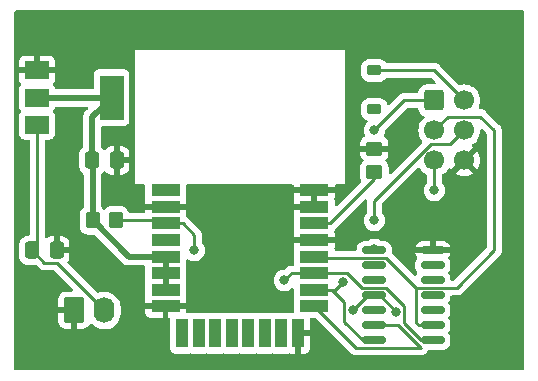
<source format=gtl>
G04 #@! TF.GenerationSoftware,KiCad,Pcbnew,7.0.10*
G04 #@! TF.CreationDate,2024-03-19T20:06:51-05:00*
G04 #@! TF.ProjectId,keychain,6b657963-6861-4696-9e2e-6b696361645f,rev?*
G04 #@! TF.SameCoordinates,Original*
G04 #@! TF.FileFunction,Copper,L1,Top*
G04 #@! TF.FilePolarity,Positive*
%FSLAX46Y46*%
G04 Gerber Fmt 4.6, Leading zero omitted, Abs format (unit mm)*
G04 Created by KiCad (PCBNEW 7.0.10) date 2024-03-19 20:06:51*
%MOMM*%
%LPD*%
G01*
G04 APERTURE LIST*
G04 Aperture macros list*
%AMRoundRect*
0 Rectangle with rounded corners*
0 $1 Rounding radius*
0 $2 $3 $4 $5 $6 $7 $8 $9 X,Y pos of 4 corners*
0 Add a 4 corners polygon primitive as box body*
4,1,4,$2,$3,$4,$5,$6,$7,$8,$9,$2,$3,0*
0 Add four circle primitives for the rounded corners*
1,1,$1+$1,$2,$3*
1,1,$1+$1,$4,$5*
1,1,$1+$1,$6,$7*
1,1,$1+$1,$8,$9*
0 Add four rect primitives between the rounded corners*
20,1,$1+$1,$2,$3,$4,$5,0*
20,1,$1+$1,$4,$5,$6,$7,0*
20,1,$1+$1,$6,$7,$8,$9,0*
20,1,$1+$1,$8,$9,$2,$3,0*%
G04 Aperture macros list end*
G04 #@! TA.AperFunction,SMDPad,CuDef*
%ADD10RoundRect,0.250000X-0.450000X0.350000X-0.450000X-0.350000X0.450000X-0.350000X0.450000X0.350000X0*%
G04 #@! TD*
G04 #@! TA.AperFunction,SMDPad,CuDef*
%ADD11RoundRect,0.225000X0.375000X-0.225000X0.375000X0.225000X-0.375000X0.225000X-0.375000X-0.225000X0*%
G04 #@! TD*
G04 #@! TA.AperFunction,SMDPad,CuDef*
%ADD12R,2.000000X1.500000*%
G04 #@! TD*
G04 #@! TA.AperFunction,SMDPad,CuDef*
%ADD13R,2.000000X3.800000*%
G04 #@! TD*
G04 #@! TA.AperFunction,ComponentPad*
%ADD14RoundRect,0.250000X-0.620000X-0.845000X0.620000X-0.845000X0.620000X0.845000X-0.620000X0.845000X0*%
G04 #@! TD*
G04 #@! TA.AperFunction,ComponentPad*
%ADD15O,1.740000X2.190000*%
G04 #@! TD*
G04 #@! TA.AperFunction,SMDPad,CuDef*
%ADD16RoundRect,0.150000X-0.825000X-0.150000X0.825000X-0.150000X0.825000X0.150000X-0.825000X0.150000X0*%
G04 #@! TD*
G04 #@! TA.AperFunction,SMDPad,CuDef*
%ADD17R,2.450000X1.000000*%
G04 #@! TD*
G04 #@! TA.AperFunction,SMDPad,CuDef*
%ADD18R,1.000000X2.450000*%
G04 #@! TD*
G04 #@! TA.AperFunction,ComponentPad*
%ADD19RoundRect,0.250000X-0.600000X-0.600000X0.600000X-0.600000X0.600000X0.600000X-0.600000X0.600000X0*%
G04 #@! TD*
G04 #@! TA.AperFunction,ComponentPad*
%ADD20C,1.700000*%
G04 #@! TD*
G04 #@! TA.AperFunction,SMDPad,CuDef*
%ADD21RoundRect,0.250000X-0.337500X-0.475000X0.337500X-0.475000X0.337500X0.475000X-0.337500X0.475000X0*%
G04 #@! TD*
G04 #@! TA.AperFunction,SMDPad,CuDef*
%ADD22RoundRect,0.250000X-0.350000X-0.450000X0.350000X-0.450000X0.350000X0.450000X-0.350000X0.450000X0*%
G04 #@! TD*
G04 #@! TA.AperFunction,ViaPad*
%ADD23C,0.800000*%
G04 #@! TD*
G04 #@! TA.AperFunction,Conductor*
%ADD24C,0.254000*%
G04 #@! TD*
G04 #@! TA.AperFunction,Conductor*
%ADD25C,0.508000*%
G04 #@! TD*
G04 APERTURE END LIST*
D10*
X139700000Y-62500000D03*
X139700000Y-64500000D03*
D11*
X139700000Y-59180000D03*
X139700000Y-55880000D03*
D12*
X111150000Y-55880000D03*
X111150000Y-58180000D03*
D13*
X117450000Y-58180000D03*
D12*
X111150000Y-60480000D03*
D14*
X114300000Y-76200000D03*
D15*
X116840000Y-76200000D03*
D16*
X139700000Y-71120000D03*
X139700000Y-72390000D03*
X139700000Y-73660000D03*
X139700000Y-74930000D03*
X139700000Y-76200000D03*
X139700000Y-77470000D03*
X139700000Y-78740000D03*
X144650000Y-78740000D03*
X144650000Y-77470000D03*
X144650000Y-76200000D03*
X144650000Y-74930000D03*
X144650000Y-73660000D03*
X144650000Y-72390000D03*
X144650000Y-71120000D03*
D17*
X122020000Y-66040000D03*
X122020000Y-67440000D03*
X122020000Y-68840000D03*
X122020000Y-70240000D03*
X122020000Y-71640000D03*
X122020000Y-73040000D03*
X122020000Y-74440000D03*
X122020000Y-75840000D03*
D18*
X123420000Y-78135000D03*
X124820000Y-78135000D03*
X126220000Y-78135000D03*
X127620000Y-78135000D03*
X129020000Y-78135000D03*
X130420000Y-78135000D03*
X131820000Y-78135000D03*
X133220000Y-78135000D03*
D17*
X134620000Y-75838800D03*
X134620000Y-74438800D03*
X134620000Y-73040000D03*
X134620000Y-71640000D03*
X134620000Y-70240000D03*
X134620000Y-68840000D03*
X134620000Y-67440000D03*
X134620000Y-66040000D03*
D19*
X144780000Y-58420000D03*
D20*
X147320000Y-58420000D03*
X144780000Y-60960000D03*
X147320000Y-60960000D03*
X144780000Y-63500000D03*
X147320000Y-63500000D03*
D21*
X110722500Y-71120000D03*
X112797500Y-71120000D03*
D22*
X115840000Y-68580000D03*
X117840000Y-68580000D03*
D21*
X115802500Y-63500000D03*
X117877500Y-63500000D03*
D23*
X139700000Y-71036000D03*
X122020000Y-71640000D03*
X139700000Y-71036000D03*
X139700000Y-59180000D03*
X141513000Y-76295199D03*
X144780000Y-66040000D03*
X137887000Y-76200000D03*
X124460000Y-71120000D03*
X139700000Y-68580000D03*
X137081065Y-73767000D03*
X132080000Y-73660000D03*
X139700000Y-60960000D03*
D24*
X112812000Y-72172000D02*
X111774500Y-72172000D01*
X111150000Y-60480000D02*
X111150000Y-70692500D01*
X116840000Y-76200000D02*
X112812000Y-72172000D01*
X111774500Y-72172000D02*
X110722500Y-71120000D01*
X111150000Y-70692500D02*
X110722500Y-71120000D01*
D25*
X139700000Y-71036000D02*
X139700000Y-71120000D01*
X115802500Y-63500000D02*
X115802500Y-59827500D01*
X115802500Y-59827500D02*
X117450000Y-58180000D01*
X117450000Y-58180000D02*
X111150000Y-58180000D01*
X122020000Y-73040000D02*
X122020000Y-71640000D01*
X122020000Y-71640000D02*
X118900000Y-71640000D01*
X115840000Y-68580000D02*
X115840000Y-63537500D01*
X115840000Y-63537500D02*
X115802500Y-63500000D01*
X118900000Y-71640000D02*
X115840000Y-68580000D01*
X122020000Y-74440000D02*
X122020000Y-73040000D01*
D24*
X144780000Y-55880000D02*
X139700000Y-55880000D01*
X147320000Y-58420000D02*
X144780000Y-55880000D01*
X124460000Y-69801000D02*
X123499000Y-68840000D01*
X139700000Y-74930000D02*
X140147801Y-74930000D01*
X121760000Y-68580000D02*
X122020000Y-68840000D01*
X144780000Y-66040000D02*
X144780000Y-63500000D01*
X124460000Y-71120000D02*
X124460000Y-69801000D01*
X139700000Y-74930000D02*
X139157000Y-74930000D01*
X140147801Y-74930000D02*
X141513000Y-76295199D01*
X117840000Y-68580000D02*
X121760000Y-68580000D01*
X123499000Y-68840000D02*
X122020000Y-68840000D01*
X139157000Y-74930000D02*
X137887000Y-76200000D01*
X138148200Y-79367000D02*
X143623264Y-79367000D01*
X143623264Y-79367000D02*
X141726264Y-77470000D01*
X141726264Y-77470000D02*
X139700000Y-77470000D01*
X134620000Y-75838800D02*
X138148200Y-79367000D01*
X144478470Y-62137000D02*
X139700000Y-66915470D01*
X147320000Y-60960000D02*
X146143000Y-62137000D01*
X146143000Y-62137000D02*
X144478470Y-62137000D01*
X138725001Y-78740000D02*
X139700000Y-78740000D01*
X139700000Y-66915470D02*
X139700000Y-68580000D01*
X137160000Y-77174999D02*
X138725001Y-78740000D01*
X134620000Y-74438800D02*
X136099000Y-74438800D01*
X136409265Y-74438800D02*
X134620000Y-74438800D01*
X137160000Y-75499800D02*
X137160000Y-77174999D01*
X137081065Y-73767000D02*
X136409265Y-74438800D01*
X136099000Y-74438800D02*
X137160000Y-75499800D01*
X140726736Y-74303000D02*
X142240000Y-75816264D01*
X144780000Y-58420000D02*
X142240000Y-58420000D01*
X142240000Y-75816264D02*
X142240000Y-77304999D01*
X142240000Y-58420000D02*
X139700000Y-60960000D01*
X132080000Y-73660000D02*
X132700000Y-73040000D01*
X137410264Y-73040000D02*
X138673264Y-74303000D01*
X134620000Y-73040000D02*
X137410264Y-73040000D01*
X142240000Y-77304999D02*
X143675001Y-78740000D01*
X138673264Y-74303000D02*
X140726736Y-74303000D01*
X132700000Y-73040000D02*
X134620000Y-73040000D01*
X143675001Y-78740000D02*
X144650000Y-78740000D01*
X135599000Y-71640000D02*
X134620000Y-71640000D01*
X144780000Y-60960000D02*
X145957000Y-59783000D01*
X148683000Y-59783000D02*
X149860000Y-60960000D01*
X140726736Y-71763000D02*
X143266736Y-74303000D01*
X143510000Y-77470000D02*
X144650000Y-77470000D01*
X144780000Y-60960000D02*
X144780000Y-61042928D01*
X143266736Y-77226736D02*
X143510000Y-77470000D01*
X145957000Y-59783000D02*
X148683000Y-59783000D01*
X149860000Y-71120000D02*
X146677000Y-74303000D01*
X134743000Y-71763000D02*
X140726736Y-71763000D01*
X134620000Y-71640000D02*
X134743000Y-71763000D01*
X146677000Y-74303000D02*
X143266736Y-74303000D01*
X149860000Y-60960000D02*
X149860000Y-71120000D01*
X143266736Y-74303000D02*
X143266736Y-77226736D01*
X135960000Y-68840000D02*
X134620000Y-68840000D01*
X139700000Y-65100000D02*
X135960000Y-68840000D01*
X139700000Y-64500000D02*
X139700000Y-65100000D01*
G04 #@! TA.AperFunction,Conductor*
G36*
X152342539Y-50820185D02*
G01*
X152388294Y-50872989D01*
X152399500Y-50924500D01*
X152399500Y-81155500D01*
X152379815Y-81222539D01*
X152327011Y-81268294D01*
X152275500Y-81279500D01*
X109344500Y-81279500D01*
X109277461Y-81259815D01*
X109231706Y-81207011D01*
X109220500Y-81155500D01*
X109220500Y-71645001D01*
X109634500Y-71645001D01*
X109634501Y-71645019D01*
X109645000Y-71747796D01*
X109645001Y-71747799D01*
X109677056Y-71844533D01*
X109700186Y-71914334D01*
X109792288Y-72063656D01*
X109916344Y-72187712D01*
X110065666Y-72279814D01*
X110232203Y-72334999D01*
X110334991Y-72345500D01*
X111009218Y-72345499D01*
X111076257Y-72365183D01*
X111096899Y-72381818D01*
X111272124Y-72557043D01*
X111281971Y-72569333D01*
X111282189Y-72569154D01*
X111287157Y-72575159D01*
X111336346Y-72621351D01*
X111339143Y-72624062D01*
X111358707Y-72643626D01*
X111361885Y-72646090D01*
X111370781Y-72653687D01*
X111402735Y-72683695D01*
X111402737Y-72683696D01*
X111420367Y-72693387D01*
X111436635Y-72704072D01*
X111452538Y-72716408D01*
X111492762Y-72733814D01*
X111503254Y-72738954D01*
X111541658Y-72760068D01*
X111541660Y-72760069D01*
X111541666Y-72760072D01*
X111560740Y-72764969D01*
X111561160Y-72765077D01*
X111579564Y-72771377D01*
X111598042Y-72779374D01*
X111641351Y-72786233D01*
X111652758Y-72788595D01*
X111695228Y-72799500D01*
X111715358Y-72799500D01*
X111734757Y-72801027D01*
X111754633Y-72804175D01*
X111794609Y-72800396D01*
X111798270Y-72800050D01*
X111809939Y-72799500D01*
X112500719Y-72799500D01*
X112567758Y-72819185D01*
X112588400Y-72835819D01*
X114145900Y-74393319D01*
X114179385Y-74454642D01*
X114174401Y-74524334D01*
X114132529Y-74580267D01*
X114067065Y-74604684D01*
X114058219Y-74605000D01*
X113630028Y-74605000D01*
X113630012Y-74605001D01*
X113527302Y-74615494D01*
X113360880Y-74670641D01*
X113360875Y-74670643D01*
X113211654Y-74762684D01*
X113087684Y-74886654D01*
X112995643Y-75035875D01*
X112995641Y-75035880D01*
X112940494Y-75202302D01*
X112940493Y-75202309D01*
X112930000Y-75305013D01*
X112930000Y-75950000D01*
X113759530Y-75950000D01*
X113720315Y-76044674D01*
X113699866Y-76200000D01*
X113720315Y-76355326D01*
X113759530Y-76450000D01*
X112930001Y-76450000D01*
X112930001Y-77094986D01*
X112940494Y-77197697D01*
X112995641Y-77364119D01*
X112995643Y-77364124D01*
X113087684Y-77513345D01*
X113211654Y-77637315D01*
X113360875Y-77729356D01*
X113360880Y-77729358D01*
X113527302Y-77784505D01*
X113527309Y-77784506D01*
X113630019Y-77794999D01*
X114049999Y-77794999D01*
X114050000Y-77794998D01*
X114050000Y-76740469D01*
X114144674Y-76779685D01*
X114261003Y-76795000D01*
X114338997Y-76795000D01*
X114455326Y-76779685D01*
X114550000Y-76740469D01*
X114550000Y-77794999D01*
X114969972Y-77794999D01*
X114969986Y-77794998D01*
X115072697Y-77784505D01*
X115239119Y-77729358D01*
X115239124Y-77729356D01*
X115388345Y-77637315D01*
X115512315Y-77513345D01*
X115604359Y-77364118D01*
X115605496Y-77361681D01*
X115606722Y-77360287D01*
X115608149Y-77357975D01*
X115608544Y-77358218D01*
X115651664Y-77309237D01*
X115718855Y-77290080D01*
X115785738Y-77310290D01*
X115807404Y-77328275D01*
X115931272Y-77457516D01*
X115931273Y-77457517D01*
X116118834Y-77596237D01*
X116118836Y-77596238D01*
X116118839Y-77596240D01*
X116327153Y-77701270D01*
X116550220Y-77769583D01*
X116781624Y-77799216D01*
X117014707Y-77789314D01*
X117242765Y-77740164D01*
X117459235Y-77653179D01*
X117657891Y-77530862D01*
X117833018Y-77376731D01*
X117979578Y-77195220D01*
X118035572Y-77094986D01*
X118093353Y-76991554D01*
X118093354Y-76991552D01*
X118171073Y-76771584D01*
X118210500Y-76541647D01*
X118210500Y-76090000D01*
X120295000Y-76090000D01*
X120295000Y-76387844D01*
X120301401Y-76447372D01*
X120301403Y-76447379D01*
X120351645Y-76582086D01*
X120351649Y-76582093D01*
X120437809Y-76697187D01*
X120437812Y-76697190D01*
X120552906Y-76783350D01*
X120552913Y-76783354D01*
X120687620Y-76833596D01*
X120687627Y-76833598D01*
X120747155Y-76839999D01*
X120747172Y-76840000D01*
X121770000Y-76840000D01*
X122270000Y-76840000D01*
X122295500Y-76840000D01*
X122362539Y-76859685D01*
X122408294Y-76912489D01*
X122419500Y-76964000D01*
X122419500Y-79407870D01*
X122419501Y-79407876D01*
X122425908Y-79467483D01*
X122476202Y-79602328D01*
X122476206Y-79602335D01*
X122562452Y-79717544D01*
X122562455Y-79717547D01*
X122677664Y-79803793D01*
X122677671Y-79803797D01*
X122812517Y-79854091D01*
X122812516Y-79854091D01*
X122819444Y-79854835D01*
X122872127Y-79860500D01*
X123967872Y-79860499D01*
X124027483Y-79854091D01*
X124076665Y-79835746D01*
X124146355Y-79830761D01*
X124163333Y-79835747D01*
X124212508Y-79854088D01*
X124212511Y-79854088D01*
X124212517Y-79854091D01*
X124272127Y-79860500D01*
X125367872Y-79860499D01*
X125427483Y-79854091D01*
X125476665Y-79835746D01*
X125546355Y-79830761D01*
X125563333Y-79835747D01*
X125612508Y-79854088D01*
X125612511Y-79854088D01*
X125612517Y-79854091D01*
X125672127Y-79860500D01*
X126767872Y-79860499D01*
X126827483Y-79854091D01*
X126876665Y-79835746D01*
X126946355Y-79830761D01*
X126963333Y-79835747D01*
X127012508Y-79854088D01*
X127012511Y-79854088D01*
X127012517Y-79854091D01*
X127072127Y-79860500D01*
X128167872Y-79860499D01*
X128227483Y-79854091D01*
X128276665Y-79835746D01*
X128346355Y-79830761D01*
X128363333Y-79835747D01*
X128412508Y-79854088D01*
X128412511Y-79854088D01*
X128412517Y-79854091D01*
X128472127Y-79860500D01*
X129567872Y-79860499D01*
X129627483Y-79854091D01*
X129676665Y-79835746D01*
X129746355Y-79830761D01*
X129763333Y-79835747D01*
X129812508Y-79854088D01*
X129812511Y-79854088D01*
X129812517Y-79854091D01*
X129872127Y-79860500D01*
X130967872Y-79860499D01*
X131027483Y-79854091D01*
X131076665Y-79835746D01*
X131146355Y-79830761D01*
X131163333Y-79835747D01*
X131212508Y-79854088D01*
X131212511Y-79854088D01*
X131212517Y-79854091D01*
X131272127Y-79860500D01*
X132367872Y-79860499D01*
X132427483Y-79854091D01*
X132477382Y-79835479D01*
X132547069Y-79830494D01*
X132564048Y-79835479D01*
X132612628Y-79853598D01*
X132612627Y-79853598D01*
X132672155Y-79859999D01*
X132672172Y-79860000D01*
X132970000Y-79860000D01*
X132970000Y-78385000D01*
X133470000Y-78385000D01*
X133470000Y-79860000D01*
X133767828Y-79860000D01*
X133767844Y-79859999D01*
X133827372Y-79853598D01*
X133827379Y-79853596D01*
X133962086Y-79803354D01*
X133962093Y-79803350D01*
X134077187Y-79717190D01*
X134077190Y-79717187D01*
X134163350Y-79602093D01*
X134163354Y-79602086D01*
X134213596Y-79467379D01*
X134213598Y-79467372D01*
X134219999Y-79407844D01*
X134220000Y-79407827D01*
X134220000Y-78385000D01*
X133470000Y-78385000D01*
X132970000Y-78385000D01*
X132970000Y-78009000D01*
X132989685Y-77941961D01*
X133042489Y-77896206D01*
X133094000Y-77885000D01*
X134220000Y-77885000D01*
X134220000Y-76963299D01*
X134239685Y-76896260D01*
X134292489Y-76850505D01*
X134343998Y-76839299D01*
X134681718Y-76839299D01*
X134748757Y-76858984D01*
X134769399Y-76875618D01*
X137645824Y-79752043D01*
X137655671Y-79764333D01*
X137655889Y-79764154D01*
X137660857Y-79770159D01*
X137660859Y-79770161D01*
X137660860Y-79770162D01*
X137667181Y-79776098D01*
X137710046Y-79816351D01*
X137712843Y-79819062D01*
X137732407Y-79838626D01*
X137735585Y-79841090D01*
X137744481Y-79848687D01*
X137776435Y-79878695D01*
X137776437Y-79878696D01*
X137794067Y-79888387D01*
X137810335Y-79899072D01*
X137826238Y-79911408D01*
X137826240Y-79911409D01*
X137826242Y-79911410D01*
X137846142Y-79920021D01*
X137866460Y-79928813D01*
X137876949Y-79933951D01*
X137915366Y-79955072D01*
X137934867Y-79960079D01*
X137953265Y-79966378D01*
X137971741Y-79974373D01*
X138015049Y-79981232D01*
X138026443Y-79983591D01*
X138068928Y-79994500D01*
X138089064Y-79994500D01*
X138108463Y-79996027D01*
X138128333Y-79999174D01*
X138171961Y-79995049D01*
X138183630Y-79994500D01*
X143564122Y-79994500D01*
X143583519Y-79996026D01*
X143603397Y-79999175D01*
X143643192Y-79995413D01*
X143647034Y-79995050D01*
X143658703Y-79994500D01*
X143662740Y-79994500D01*
X143690217Y-79991028D01*
X143694054Y-79990604D01*
X143761237Y-79984254D01*
X143761247Y-79984250D01*
X143768850Y-79982551D01*
X143768912Y-79982831D01*
X143773070Y-79981833D01*
X143772999Y-79981556D01*
X143780553Y-79979616D01*
X143780557Y-79979616D01*
X143843325Y-79954763D01*
X143846916Y-79953406D01*
X143869898Y-79945133D01*
X143910400Y-79930553D01*
X143910403Y-79930551D01*
X143910407Y-79930550D01*
X143910410Y-79930547D01*
X143917357Y-79927008D01*
X143917487Y-79927264D01*
X143921267Y-79925262D01*
X143921129Y-79925011D01*
X143927959Y-79921255D01*
X143927967Y-79921253D01*
X143982572Y-79881579D01*
X143985702Y-79879378D01*
X144041535Y-79841435D01*
X144041542Y-79841426D01*
X144047386Y-79836276D01*
X144047574Y-79836489D01*
X144050734Y-79833614D01*
X144050540Y-79833407D01*
X144056228Y-79828065D01*
X144056227Y-79828065D01*
X144056231Y-79828063D01*
X144099260Y-79776047D01*
X144101717Y-79773170D01*
X144146382Y-79722511D01*
X144146387Y-79722501D01*
X144150767Y-79716058D01*
X144151001Y-79716217D01*
X144153349Y-79712643D01*
X144153109Y-79712491D01*
X144157283Y-79705910D01*
X144157290Y-79705903D01*
X144186015Y-79644856D01*
X144187697Y-79641421D01*
X144204625Y-79608201D01*
X144252602Y-79557407D01*
X144315108Y-79540500D01*
X145540686Y-79540500D01*
X145540694Y-79540500D01*
X145577569Y-79537598D01*
X145577571Y-79537597D01*
X145577573Y-79537597D01*
X145619191Y-79525505D01*
X145735398Y-79491744D01*
X145876865Y-79408081D01*
X145993081Y-79291865D01*
X146076744Y-79150398D01*
X146122598Y-78992569D01*
X146125500Y-78955694D01*
X146125500Y-78524306D01*
X146122598Y-78487431D01*
X146076744Y-78329602D01*
X145993081Y-78188135D01*
X145993078Y-78188132D01*
X145988298Y-78181969D01*
X145990750Y-78180066D01*
X145964155Y-78131421D01*
X145969104Y-78061726D01*
X145989940Y-78029304D01*
X145988298Y-78028031D01*
X145993075Y-78021870D01*
X145993081Y-78021865D01*
X146076744Y-77880398D01*
X146117486Y-77740164D01*
X146122597Y-77722573D01*
X146122598Y-77722567D01*
X146124274Y-77701269D01*
X146125500Y-77685694D01*
X146125500Y-77254306D01*
X146122598Y-77217431D01*
X146076744Y-77059602D01*
X145993081Y-76918135D01*
X145993078Y-76918132D01*
X145988298Y-76911969D01*
X145990750Y-76910066D01*
X145964155Y-76861421D01*
X145969104Y-76791726D01*
X145989940Y-76759304D01*
X145988298Y-76758031D01*
X145993075Y-76751870D01*
X145993081Y-76751865D01*
X146076744Y-76610398D01*
X146122598Y-76452569D01*
X146125500Y-76415694D01*
X146125500Y-75984306D01*
X146122598Y-75947431D01*
X146108798Y-75899933D01*
X146076745Y-75789606D01*
X146076744Y-75789603D01*
X146076744Y-75789602D01*
X145993081Y-75648135D01*
X145993078Y-75648132D01*
X145988298Y-75641969D01*
X145990750Y-75640066D01*
X145964155Y-75591421D01*
X145969104Y-75521726D01*
X145989940Y-75489304D01*
X145988298Y-75488031D01*
X145993075Y-75481870D01*
X145993081Y-75481865D01*
X146076744Y-75340398D01*
X146118958Y-75195097D01*
X146122597Y-75182573D01*
X146122598Y-75182567D01*
X146123968Y-75165158D01*
X146125500Y-75145694D01*
X146125500Y-75054500D01*
X146145185Y-74987461D01*
X146197989Y-74941706D01*
X146249500Y-74930500D01*
X146594033Y-74930500D01*
X146609681Y-74932227D01*
X146609708Y-74931946D01*
X146617475Y-74932680D01*
X146617476Y-74932679D01*
X146617477Y-74932680D01*
X146684919Y-74930561D01*
X146688813Y-74930500D01*
X146716472Y-74930500D01*
X146716476Y-74930500D01*
X146720474Y-74929994D01*
X146732114Y-74929077D01*
X146775943Y-74927701D01*
X146795272Y-74922084D01*
X146814328Y-74918137D01*
X146834293Y-74915616D01*
X146875055Y-74899476D01*
X146886092Y-74895698D01*
X146928191Y-74883468D01*
X146945515Y-74873221D01*
X146962983Y-74864663D01*
X146981703Y-74857253D01*
X147017177Y-74831478D01*
X147026915Y-74825081D01*
X147064656Y-74802763D01*
X147078897Y-74788520D01*
X147093678Y-74775897D01*
X147109967Y-74764063D01*
X147137904Y-74730290D01*
X147145756Y-74721661D01*
X150245043Y-71622374D01*
X150257325Y-71612537D01*
X150257144Y-71612318D01*
X150263157Y-71607342D01*
X150263162Y-71607340D01*
X150309384Y-71558116D01*
X150312033Y-71555384D01*
X150331623Y-71535796D01*
X150334096Y-71532606D01*
X150341682Y-71523722D01*
X150371693Y-71491767D01*
X150381389Y-71474128D01*
X150392073Y-71457861D01*
X150404408Y-71441962D01*
X150421819Y-71401725D01*
X150426942Y-71391265D01*
X150448072Y-71352834D01*
X150453078Y-71333334D01*
X150459376Y-71314936D01*
X150467374Y-71296458D01*
X150474232Y-71253151D01*
X150476596Y-71241736D01*
X150487500Y-71199272D01*
X150487500Y-71179141D01*
X150489027Y-71159741D01*
X150492175Y-71139867D01*
X150488050Y-71096230D01*
X150487500Y-71084561D01*
X150487500Y-61042964D01*
X150489228Y-61027314D01*
X150488946Y-61027288D01*
X150489680Y-61019525D01*
X150487561Y-60952095D01*
X150487500Y-60948200D01*
X150487500Y-60920528D01*
X150487500Y-60920524D01*
X150486992Y-60916509D01*
X150486076Y-60904863D01*
X150485130Y-60874759D01*
X150484700Y-60861057D01*
X150479082Y-60841720D01*
X150475138Y-60822674D01*
X150472616Y-60802707D01*
X150456480Y-60761953D01*
X150452697Y-60750903D01*
X150445051Y-60724586D01*
X150440468Y-60708809D01*
X150436336Y-60701822D01*
X150430225Y-60691489D01*
X150421662Y-60674011D01*
X150414253Y-60655297D01*
X150388489Y-60619837D01*
X150382073Y-60610069D01*
X150359765Y-60572347D01*
X150359759Y-60572339D01*
X150345531Y-60558112D01*
X150332896Y-60543320D01*
X150321063Y-60527033D01*
X150321060Y-60527031D01*
X150321060Y-60527030D01*
X150321058Y-60527028D01*
X150287287Y-60499090D01*
X150278647Y-60491228D01*
X149185376Y-59397957D01*
X149175531Y-59385668D01*
X149175313Y-59385849D01*
X149170340Y-59379838D01*
X149121153Y-59333648D01*
X149118354Y-59330935D01*
X149098797Y-59311377D01*
X149095607Y-59308903D01*
X149086716Y-59301310D01*
X149054768Y-59271308D01*
X149054763Y-59271304D01*
X149037122Y-59261606D01*
X149020857Y-59250922D01*
X149004963Y-59238593D01*
X149004962Y-59238592D01*
X148964735Y-59221184D01*
X148954247Y-59216045D01*
X148915838Y-59194929D01*
X148915828Y-59194926D01*
X148896334Y-59189920D01*
X148877933Y-59183620D01*
X148859459Y-59175626D01*
X148859452Y-59175624D01*
X148816173Y-59168770D01*
X148804733Y-59166401D01*
X148762279Y-59155500D01*
X148762272Y-59155500D01*
X148742142Y-59155500D01*
X148722743Y-59153973D01*
X148702868Y-59150825D01*
X148702865Y-59150824D01*
X148674106Y-59153543D01*
X148605512Y-59140253D01*
X148554992Y-59091989D01*
X148538585Y-59024073D01*
X148550055Y-58977695D01*
X148593903Y-58883663D01*
X148655063Y-58655408D01*
X148675659Y-58420000D01*
X148655063Y-58184592D01*
X148593903Y-57956337D01*
X148494035Y-57742171D01*
X148451275Y-57681102D01*
X148358494Y-57548597D01*
X148191402Y-57381506D01*
X148191395Y-57381501D01*
X148172883Y-57368539D01*
X148107162Y-57322520D01*
X147997834Y-57245967D01*
X147997830Y-57245965D01*
X147872814Y-57187669D01*
X147783663Y-57146097D01*
X147783659Y-57146096D01*
X147783655Y-57146094D01*
X147555413Y-57084938D01*
X147555403Y-57084936D01*
X147320001Y-57064341D01*
X147319999Y-57064341D01*
X147084596Y-57084936D01*
X147084583Y-57084939D01*
X146986356Y-57111258D01*
X146916507Y-57109595D01*
X146866583Y-57079164D01*
X145282376Y-55494957D01*
X145272531Y-55482668D01*
X145272313Y-55482849D01*
X145267340Y-55476838D01*
X145218153Y-55430648D01*
X145215354Y-55427935D01*
X145195797Y-55408377D01*
X145192607Y-55405903D01*
X145183716Y-55398310D01*
X145151768Y-55368308D01*
X145151763Y-55368304D01*
X145134122Y-55358606D01*
X145117857Y-55347922D01*
X145115772Y-55346305D01*
X145101962Y-55335592D01*
X145061735Y-55318184D01*
X145051247Y-55313045D01*
X145012838Y-55291929D01*
X145012828Y-55291926D01*
X144993334Y-55286920D01*
X144974933Y-55280620D01*
X144956459Y-55272626D01*
X144956452Y-55272624D01*
X144913173Y-55265770D01*
X144901733Y-55263401D01*
X144859279Y-55252500D01*
X144859272Y-55252500D01*
X144839142Y-55252500D01*
X144819743Y-55250973D01*
X144799868Y-55247825D01*
X144799867Y-55247825D01*
X144756230Y-55251950D01*
X144744561Y-55252500D01*
X140747966Y-55252500D01*
X140680927Y-55232815D01*
X140650701Y-55205412D01*
X140647968Y-55201956D01*
X140528044Y-55082032D01*
X140528040Y-55082029D01*
X140383705Y-54993001D01*
X140383699Y-54992998D01*
X140383697Y-54992997D01*
X140383694Y-54992996D01*
X140222709Y-54939651D01*
X140123346Y-54929500D01*
X139276662Y-54929500D01*
X139276644Y-54929501D01*
X139177292Y-54939650D01*
X139177289Y-54939651D01*
X139016305Y-54992996D01*
X139016294Y-54993001D01*
X138871959Y-55082029D01*
X138871955Y-55082032D01*
X138752032Y-55201955D01*
X138752029Y-55201959D01*
X138663001Y-55346294D01*
X138662996Y-55346305D01*
X138609651Y-55507290D01*
X138599500Y-55606647D01*
X138599500Y-56153337D01*
X138599501Y-56153355D01*
X138609650Y-56252707D01*
X138609651Y-56252710D01*
X138662996Y-56413694D01*
X138663001Y-56413705D01*
X138752029Y-56558040D01*
X138752032Y-56558044D01*
X138871955Y-56677967D01*
X138871959Y-56677970D01*
X139016294Y-56766998D01*
X139016297Y-56766999D01*
X139016303Y-56767003D01*
X139177292Y-56820349D01*
X139276655Y-56830500D01*
X140123344Y-56830499D01*
X140123352Y-56830498D01*
X140123355Y-56830498D01*
X140177760Y-56824940D01*
X140222708Y-56820349D01*
X140383697Y-56767003D01*
X140528044Y-56677968D01*
X140647968Y-56558044D01*
X140647970Y-56558039D01*
X140650701Y-56554588D01*
X140707723Y-56514212D01*
X140747966Y-56507500D01*
X144468719Y-56507500D01*
X144535758Y-56527185D01*
X144556400Y-56543819D01*
X144870400Y-56857819D01*
X144903885Y-56919142D01*
X144898901Y-56988834D01*
X144857029Y-57044767D01*
X144791565Y-57069184D01*
X144782719Y-57069500D01*
X144129998Y-57069500D01*
X144129980Y-57069501D01*
X144027203Y-57080000D01*
X144027200Y-57080001D01*
X143860668Y-57135185D01*
X143860663Y-57135187D01*
X143711342Y-57227289D01*
X143587289Y-57351342D01*
X143495187Y-57500663D01*
X143495185Y-57500668D01*
X143440001Y-57667204D01*
X143440000Y-57667205D01*
X143438581Y-57681102D01*
X143412185Y-57745794D01*
X143355004Y-57785946D01*
X143315223Y-57792500D01*
X142322965Y-57792500D01*
X142307314Y-57790772D01*
X142307288Y-57791054D01*
X142299525Y-57790319D01*
X142232095Y-57792439D01*
X142228200Y-57792500D01*
X142200519Y-57792500D01*
X142196501Y-57793007D01*
X142184874Y-57793922D01*
X142141058Y-57795299D01*
X142141054Y-57795300D01*
X142121722Y-57800916D01*
X142102682Y-57804859D01*
X142082708Y-57807383D01*
X142082701Y-57807385D01*
X142041955Y-57823517D01*
X142030907Y-57827300D01*
X141988809Y-57839531D01*
X141988808Y-57839531D01*
X141971474Y-57849782D01*
X141954012Y-57858336D01*
X141935300Y-57865745D01*
X141935295Y-57865748D01*
X141899836Y-57891510D01*
X141890077Y-57897920D01*
X141852341Y-57920238D01*
X141838107Y-57934472D01*
X141823318Y-57947104D01*
X141807032Y-57958937D01*
X141779090Y-57992712D01*
X141771229Y-58001350D01*
X140976042Y-58796537D01*
X140914719Y-58830022D01*
X140845027Y-58825038D01*
X140789094Y-58783166D01*
X140770655Y-58747860D01*
X140737003Y-58646303D01*
X140736999Y-58646297D01*
X140736998Y-58646294D01*
X140647970Y-58501959D01*
X140647967Y-58501955D01*
X140528044Y-58382032D01*
X140528040Y-58382029D01*
X140383705Y-58293001D01*
X140383699Y-58292998D01*
X140383697Y-58292997D01*
X140383694Y-58292996D01*
X140222709Y-58239651D01*
X140123346Y-58229500D01*
X139276662Y-58229500D01*
X139276644Y-58229501D01*
X139177292Y-58239650D01*
X139177289Y-58239651D01*
X139016305Y-58292996D01*
X139016294Y-58293001D01*
X138871959Y-58382029D01*
X138871955Y-58382032D01*
X138752032Y-58501955D01*
X138752029Y-58501959D01*
X138663001Y-58646294D01*
X138662996Y-58646305D01*
X138609651Y-58807290D01*
X138599500Y-58906647D01*
X138599500Y-59453337D01*
X138599501Y-59453355D01*
X138609650Y-59552707D01*
X138609651Y-59552710D01*
X138662996Y-59713694D01*
X138663001Y-59713705D01*
X138752029Y-59858040D01*
X138752032Y-59858044D01*
X138871955Y-59977967D01*
X138871959Y-59977970D01*
X139016294Y-60066998D01*
X139016297Y-60066999D01*
X139016303Y-60067003D01*
X139049376Y-60077962D01*
X139106821Y-60117735D01*
X139133644Y-60182251D01*
X139121329Y-60251027D01*
X139097931Y-60281790D01*
X139098478Y-60282282D01*
X138967466Y-60427785D01*
X138872821Y-60591715D01*
X138872818Y-60591722D01*
X138814327Y-60771740D01*
X138814326Y-60771744D01*
X138794540Y-60960000D01*
X138814326Y-61148256D01*
X138814327Y-61148259D01*
X138872820Y-61328283D01*
X138886323Y-61351671D01*
X138902795Y-61419571D01*
X138879942Y-61485598D01*
X138844033Y-61519208D01*
X138781656Y-61557682D01*
X138657684Y-61681654D01*
X138565643Y-61830875D01*
X138565641Y-61830880D01*
X138510494Y-61997302D01*
X138510493Y-61997309D01*
X138500000Y-62100013D01*
X138500000Y-62250000D01*
X140899999Y-62250000D01*
X140899999Y-62100028D01*
X140899998Y-62100013D01*
X140889505Y-61997302D01*
X140834358Y-61830880D01*
X140834356Y-61830875D01*
X140742315Y-61681654D01*
X140618344Y-61557683D01*
X140618340Y-61557680D01*
X140555966Y-61519207D01*
X140509241Y-61467259D01*
X140498020Y-61398297D01*
X140513675Y-61351673D01*
X140527179Y-61328284D01*
X140585674Y-61148256D01*
X140602989Y-60983505D01*
X140629572Y-60918894D01*
X140638619Y-60908798D01*
X142463600Y-59083819D01*
X142524923Y-59050334D01*
X142551281Y-59047500D01*
X143315223Y-59047500D01*
X143382262Y-59067185D01*
X143428017Y-59119989D01*
X143438581Y-59158897D01*
X143440001Y-59172797D01*
X143440001Y-59172799D01*
X143495185Y-59339331D01*
X143495187Y-59339336D01*
X143525373Y-59388275D01*
X143587288Y-59488656D01*
X143711344Y-59612712D01*
X143860666Y-59704814D01*
X143869264Y-59707663D01*
X143926707Y-59747433D01*
X143953531Y-59811948D01*
X143941217Y-59880724D01*
X143912234Y-59917483D01*
X143912427Y-59917676D01*
X143910798Y-59919304D01*
X143909975Y-59920349D01*
X143908599Y-59921503D01*
X143741505Y-60088597D01*
X143605965Y-60282169D01*
X143605964Y-60282171D01*
X143506098Y-60496335D01*
X143506094Y-60496344D01*
X143444938Y-60724586D01*
X143444936Y-60724596D01*
X143424341Y-60959999D01*
X143424341Y-60960000D01*
X143444936Y-61195403D01*
X143444938Y-61195413D01*
X143506094Y-61423655D01*
X143506096Y-61423659D01*
X143506097Y-61423663D01*
X143568591Y-61557682D01*
X143605965Y-61637830D01*
X143605967Y-61637834D01*
X143744610Y-61835836D01*
X143742890Y-61837040D01*
X143767263Y-61892698D01*
X143756239Y-61961693D01*
X143731945Y-61996104D01*
X141112180Y-64615870D01*
X141050857Y-64649355D01*
X140981165Y-64644371D01*
X140925232Y-64602499D01*
X140900815Y-64537035D01*
X140900499Y-64528189D01*
X140900499Y-64099998D01*
X140900498Y-64099981D01*
X140889999Y-63997203D01*
X140889998Y-63997200D01*
X140834814Y-63830666D01*
X140742712Y-63681344D01*
X140648695Y-63587327D01*
X140615210Y-63526004D01*
X140620194Y-63456312D01*
X140648695Y-63411964D01*
X140742317Y-63318342D01*
X140834356Y-63169124D01*
X140834358Y-63169119D01*
X140889505Y-63002697D01*
X140889506Y-63002690D01*
X140899999Y-62899986D01*
X140900000Y-62899973D01*
X140900000Y-62750000D01*
X138500001Y-62750000D01*
X138500001Y-62899986D01*
X138510494Y-63002697D01*
X138565641Y-63169119D01*
X138565643Y-63169124D01*
X138657684Y-63318345D01*
X138751304Y-63411965D01*
X138784789Y-63473288D01*
X138779805Y-63542980D01*
X138751305Y-63587327D01*
X138657287Y-63681345D01*
X138565187Y-63830663D01*
X138565186Y-63830666D01*
X138510001Y-63997203D01*
X138510001Y-63997204D01*
X138510000Y-63997204D01*
X138499500Y-64099983D01*
X138499500Y-64900001D01*
X138499501Y-64900019D01*
X138510000Y-65002796D01*
X138510001Y-65002799D01*
X138565185Y-65169331D01*
X138565186Y-65169334D01*
X138565188Y-65169338D01*
X138565191Y-65169343D01*
X138581644Y-65196019D01*
X138600083Y-65263412D01*
X138579159Y-65330075D01*
X138563785Y-65348794D01*
X136556681Y-67355899D01*
X136495358Y-67389384D01*
X136425666Y-67384400D01*
X136369733Y-67342528D01*
X136345316Y-67277064D01*
X136345000Y-67268218D01*
X136345000Y-66892172D01*
X136344999Y-66892155D01*
X136338597Y-66832622D01*
X136338597Y-66832621D01*
X136320214Y-66783335D01*
X136315228Y-66713644D01*
X136320214Y-66696665D01*
X136338597Y-66647378D01*
X136338597Y-66647377D01*
X136344999Y-66587844D01*
X136345000Y-66587827D01*
X136345000Y-66290000D01*
X134870000Y-66290000D01*
X134870000Y-67566000D01*
X134850315Y-67633039D01*
X134797511Y-67678794D01*
X134746000Y-67690000D01*
X132895000Y-67690000D01*
X132895000Y-67987844D01*
X132901401Y-68047372D01*
X132901403Y-68047383D01*
X132919519Y-68095953D01*
X132924503Y-68165644D01*
X132919520Y-68182616D01*
X132900908Y-68232517D01*
X132894501Y-68292116D01*
X132894500Y-68292135D01*
X132894500Y-69387870D01*
X132894501Y-69387876D01*
X132900909Y-69447484D01*
X132919519Y-69497382D01*
X132924503Y-69567074D01*
X132919520Y-69584046D01*
X132901402Y-69632623D01*
X132901401Y-69632627D01*
X132895000Y-69692155D01*
X132895000Y-69990000D01*
X136345000Y-69990000D01*
X136345000Y-69692172D01*
X136344999Y-69692155D01*
X136338598Y-69632627D01*
X136320479Y-69584048D01*
X136315495Y-69514356D01*
X136320476Y-69497391D01*
X136339091Y-69447483D01*
X136342761Y-69413347D01*
X136345720Y-69385831D01*
X136372458Y-69321280D01*
X136387668Y-69306812D01*
X136387282Y-69306401D01*
X136392961Y-69301067D01*
X136392967Y-69301063D01*
X136420904Y-69267290D01*
X136428756Y-69258661D01*
X138857657Y-66829760D01*
X138918978Y-66796277D01*
X138988670Y-66801261D01*
X139044603Y-66843133D01*
X139068785Y-66905771D01*
X139071949Y-66939235D01*
X139072500Y-66950907D01*
X139072500Y-67883534D01*
X139052815Y-67950573D01*
X139040650Y-67966506D01*
X138967466Y-68047785D01*
X138872821Y-68211715D01*
X138872818Y-68211722D01*
X138815113Y-68389322D01*
X138814326Y-68391744D01*
X138794540Y-68580000D01*
X138814326Y-68768256D01*
X138814327Y-68768259D01*
X138872818Y-68948277D01*
X138872821Y-68948284D01*
X138967467Y-69112216D01*
X139094129Y-69252888D01*
X139247265Y-69364148D01*
X139247270Y-69364151D01*
X139420192Y-69441142D01*
X139420197Y-69441144D01*
X139605354Y-69480500D01*
X139605355Y-69480500D01*
X139794644Y-69480500D01*
X139794646Y-69480500D01*
X139979803Y-69441144D01*
X140152730Y-69364151D01*
X140305871Y-69252888D01*
X140432533Y-69112216D01*
X140527179Y-68948284D01*
X140585674Y-68768256D01*
X140605460Y-68580000D01*
X140585674Y-68391744D01*
X140527179Y-68211716D01*
X140432533Y-68047784D01*
X140359350Y-67966506D01*
X140329120Y-67903515D01*
X140327500Y-67883534D01*
X140327500Y-67226750D01*
X140347185Y-67159711D01*
X140363814Y-67139074D01*
X143391412Y-64111475D01*
X143452733Y-64077992D01*
X143522425Y-64082976D01*
X143578358Y-64124848D01*
X143591472Y-64146751D01*
X143605847Y-64177578D01*
X143605966Y-64177832D01*
X143687395Y-64294124D01*
X143741505Y-64371401D01*
X143908599Y-64538495D01*
X144099624Y-64672252D01*
X144143248Y-64726828D01*
X144152500Y-64773826D01*
X144152500Y-65343534D01*
X144132815Y-65410573D01*
X144120650Y-65426506D01*
X144047466Y-65507785D01*
X143952821Y-65671715D01*
X143952818Y-65671722D01*
X143894327Y-65851740D01*
X143894326Y-65851744D01*
X143874540Y-66040000D01*
X143894326Y-66228256D01*
X143894327Y-66228259D01*
X143952818Y-66408277D01*
X143952821Y-66408284D01*
X144047467Y-66572216D01*
X144115237Y-66647482D01*
X144174129Y-66712888D01*
X144327265Y-66824148D01*
X144327270Y-66824151D01*
X144500192Y-66901142D01*
X144500197Y-66901144D01*
X144685354Y-66940500D01*
X144685355Y-66940500D01*
X144874644Y-66940500D01*
X144874646Y-66940500D01*
X145059803Y-66901144D01*
X145232730Y-66824151D01*
X145385871Y-66712888D01*
X145512533Y-66572216D01*
X145607179Y-66408284D01*
X145665674Y-66228256D01*
X145685460Y-66040000D01*
X145665674Y-65851744D01*
X145607179Y-65671716D01*
X145512533Y-65507784D01*
X145439350Y-65426506D01*
X145409120Y-65363515D01*
X145407500Y-65343534D01*
X145407500Y-64773826D01*
X145427185Y-64706787D01*
X145460375Y-64672252D01*
X145651401Y-64538495D01*
X145818495Y-64371401D01*
X145948732Y-64185403D01*
X146003307Y-64141780D01*
X146072805Y-64134586D01*
X146135160Y-64166109D01*
X146151880Y-64185405D01*
X146205073Y-64261373D01*
X146836922Y-63629523D01*
X146860507Y-63709844D01*
X146938239Y-63830798D01*
X147046900Y-63924952D01*
X147177685Y-63984680D01*
X147187466Y-63986086D01*
X146558625Y-64614925D01*
X146642421Y-64673599D01*
X146856507Y-64773429D01*
X146856516Y-64773433D01*
X147084673Y-64834567D01*
X147084684Y-64834569D01*
X147319998Y-64855157D01*
X147320002Y-64855157D01*
X147555315Y-64834569D01*
X147555326Y-64834567D01*
X147783483Y-64773433D01*
X147783492Y-64773429D01*
X147997578Y-64673600D01*
X147997582Y-64673598D01*
X148081373Y-64614926D01*
X148081373Y-64614925D01*
X147452533Y-63986086D01*
X147462315Y-63984680D01*
X147593100Y-63924952D01*
X147701761Y-63830798D01*
X147779493Y-63709844D01*
X147803076Y-63629524D01*
X148434925Y-64261373D01*
X148434926Y-64261373D01*
X148493598Y-64177582D01*
X148493600Y-64177578D01*
X148593429Y-63963492D01*
X148593433Y-63963483D01*
X148654567Y-63735326D01*
X148654569Y-63735315D01*
X148675157Y-63500001D01*
X148675157Y-63499998D01*
X148654569Y-63264684D01*
X148654567Y-63264673D01*
X148593433Y-63036516D01*
X148593429Y-63036507D01*
X148493600Y-62822423D01*
X148493599Y-62822421D01*
X148434925Y-62738626D01*
X148434925Y-62738625D01*
X147803076Y-63370475D01*
X147779493Y-63290156D01*
X147701761Y-63169202D01*
X147593100Y-63075048D01*
X147462315Y-63015320D01*
X147452532Y-63013913D01*
X148081373Y-62385073D01*
X148081373Y-62385072D01*
X148005405Y-62331880D01*
X147961780Y-62277304D01*
X147954586Y-62207805D01*
X147986108Y-62145451D01*
X148005399Y-62128734D01*
X148191401Y-61998495D01*
X148358495Y-61831401D01*
X148494035Y-61637830D01*
X148593903Y-61423663D01*
X148655063Y-61195408D01*
X148675659Y-60960000D01*
X148675659Y-60959999D01*
X148676131Y-60954606D01*
X148677913Y-60954761D01*
X148695344Y-60895401D01*
X148748148Y-60849646D01*
X148817306Y-60839702D01*
X148880862Y-60868727D01*
X148887340Y-60874759D01*
X149196181Y-61183600D01*
X149229666Y-61244923D01*
X149232500Y-61271281D01*
X149232500Y-70808719D01*
X149212815Y-70875758D01*
X149196181Y-70896400D01*
X146453400Y-73639181D01*
X146392077Y-73672666D01*
X146365719Y-73675500D01*
X146249500Y-73675500D01*
X146182461Y-73655815D01*
X146136706Y-73603011D01*
X146125500Y-73551500D01*
X146125500Y-73444313D01*
X146125499Y-73444302D01*
X146122598Y-73407431D01*
X146121828Y-73404782D01*
X146076745Y-73249606D01*
X146076744Y-73249603D01*
X146076744Y-73249602D01*
X145993081Y-73108135D01*
X145993078Y-73108132D01*
X145988298Y-73101969D01*
X145990750Y-73100066D01*
X145964155Y-73051421D01*
X145969104Y-72981726D01*
X145989940Y-72949304D01*
X145988298Y-72948031D01*
X145993075Y-72941870D01*
X145993081Y-72941865D01*
X146076744Y-72800398D01*
X146120532Y-72649681D01*
X146122597Y-72642573D01*
X146122598Y-72642567D01*
X146124163Y-72622677D01*
X146125500Y-72605694D01*
X146125500Y-72174306D01*
X146122598Y-72137431D01*
X146121789Y-72134647D01*
X146076745Y-71979606D01*
X146076744Y-71979603D01*
X146076744Y-71979602D01*
X145993081Y-71838135D01*
X145993078Y-71838132D01*
X145988298Y-71831969D01*
X145990635Y-71830155D01*
X145963798Y-71781050D01*
X145968756Y-71711356D01*
X145989554Y-71678998D01*
X145987903Y-71677717D01*
X145992686Y-71671550D01*
X146076281Y-71530198D01*
X146122100Y-71372486D01*
X146122295Y-71370001D01*
X146122295Y-71370000D01*
X143177705Y-71370000D01*
X143177704Y-71370001D01*
X143177899Y-71372486D01*
X143223718Y-71530198D01*
X143307314Y-71671552D01*
X143312100Y-71677722D01*
X143309640Y-71679629D01*
X143336210Y-71728288D01*
X143331226Y-71797980D01*
X143310162Y-71830781D01*
X143311699Y-71831974D01*
X143306915Y-71838140D01*
X143223255Y-71979603D01*
X143223254Y-71979606D01*
X143177402Y-72137426D01*
X143177401Y-72137432D01*
X143174500Y-72174298D01*
X143174500Y-72605701D01*
X143177401Y-72642567D01*
X143177402Y-72642573D01*
X143223254Y-72800393D01*
X143223255Y-72800396D01*
X143306917Y-72941862D01*
X143311702Y-72948031D01*
X143309256Y-72949927D01*
X143335857Y-72998642D01*
X143330873Y-73068334D01*
X143310069Y-73100703D01*
X143311702Y-73101969D01*
X143306919Y-73108135D01*
X143259107Y-73188980D01*
X143208037Y-73236663D01*
X143139295Y-73249166D01*
X143074706Y-73222520D01*
X143064694Y-73213539D01*
X141229111Y-71377956D01*
X141219267Y-71365669D01*
X141219049Y-71365850D01*
X141209103Y-71353827D01*
X141210234Y-71352890D01*
X141179219Y-71300095D01*
X141175500Y-71269953D01*
X141175500Y-70904313D01*
X141175499Y-70904298D01*
X141174977Y-70897669D01*
X141172800Y-70869998D01*
X143177704Y-70869998D01*
X143177705Y-70870000D01*
X144400000Y-70870000D01*
X144400000Y-70320000D01*
X144900000Y-70320000D01*
X144900000Y-70870000D01*
X146122295Y-70870000D01*
X146122295Y-70869998D01*
X146122100Y-70867513D01*
X146076281Y-70709801D01*
X145992685Y-70568447D01*
X145992678Y-70568438D01*
X145876561Y-70452321D01*
X145876552Y-70452314D01*
X145735196Y-70368717D01*
X145735193Y-70368716D01*
X145577495Y-70322900D01*
X145577489Y-70322899D01*
X145540649Y-70320000D01*
X144900000Y-70320000D01*
X144400000Y-70320000D01*
X143759350Y-70320000D01*
X143722510Y-70322899D01*
X143722504Y-70322900D01*
X143564806Y-70368716D01*
X143564803Y-70368717D01*
X143423447Y-70452314D01*
X143423438Y-70452321D01*
X143307321Y-70568438D01*
X143307314Y-70568447D01*
X143223718Y-70709801D01*
X143177899Y-70867513D01*
X143177704Y-70869998D01*
X141172800Y-70869998D01*
X141172598Y-70867431D01*
X141166773Y-70847383D01*
X141126745Y-70709606D01*
X141126744Y-70709603D01*
X141126744Y-70709602D01*
X141043081Y-70568135D01*
X141043079Y-70568133D01*
X141043076Y-70568129D01*
X140926870Y-70451923D01*
X140926862Y-70451917D01*
X140848681Y-70405681D01*
X140785398Y-70368256D01*
X140785397Y-70368255D01*
X140785396Y-70368255D01*
X140785393Y-70368254D01*
X140627573Y-70322402D01*
X140627567Y-70322401D01*
X140590701Y-70319500D01*
X140590694Y-70319500D01*
X140286134Y-70319500D01*
X140219095Y-70299815D01*
X140213249Y-70295818D01*
X140152734Y-70251851D01*
X140152729Y-70251848D01*
X139979807Y-70174857D01*
X139979802Y-70174855D01*
X139834001Y-70143865D01*
X139794646Y-70135500D01*
X139605354Y-70135500D01*
X139572897Y-70142398D01*
X139420197Y-70174855D01*
X139420192Y-70174857D01*
X139247270Y-70251848D01*
X139247265Y-70251851D01*
X139186751Y-70295818D01*
X139120945Y-70319298D01*
X139113866Y-70319500D01*
X138809298Y-70319500D01*
X138772432Y-70322401D01*
X138772426Y-70322402D01*
X138614606Y-70368254D01*
X138614603Y-70368255D01*
X138473137Y-70451917D01*
X138473129Y-70451923D01*
X138356923Y-70568129D01*
X138356917Y-70568137D01*
X138273255Y-70709603D01*
X138273254Y-70709606D01*
X138227402Y-70867426D01*
X138227401Y-70867432D01*
X138224500Y-70904298D01*
X138224500Y-71011500D01*
X138204815Y-71078539D01*
X138152011Y-71124294D01*
X138100500Y-71135500D01*
X136461540Y-71135500D01*
X136394501Y-71115815D01*
X136348746Y-71063011D01*
X136340864Y-71040017D01*
X136339091Y-71032516D01*
X136320480Y-70982618D01*
X136315495Y-70912927D01*
X136320480Y-70895949D01*
X136338597Y-70847375D01*
X136338598Y-70847372D01*
X136344999Y-70787844D01*
X136345000Y-70787827D01*
X136345000Y-70490000D01*
X132895000Y-70490000D01*
X132895000Y-70787844D01*
X132901401Y-70847372D01*
X132901403Y-70847383D01*
X132919519Y-70895953D01*
X132924503Y-70965644D01*
X132919520Y-70982616D01*
X132900908Y-71032517D01*
X132894501Y-71092116D01*
X132894500Y-71092135D01*
X132894500Y-72187870D01*
X132894501Y-72187876D01*
X132900909Y-72247484D01*
X132902692Y-72255029D01*
X132900784Y-72255479D01*
X132905027Y-72314866D01*
X132871538Y-72376187D01*
X132810213Y-72409668D01*
X132783863Y-72412500D01*
X132782965Y-72412500D01*
X132767314Y-72410772D01*
X132767288Y-72411054D01*
X132759525Y-72410319D01*
X132692095Y-72412439D01*
X132688200Y-72412500D01*
X132660519Y-72412500D01*
X132656501Y-72413007D01*
X132644874Y-72413922D01*
X132601058Y-72415299D01*
X132601054Y-72415300D01*
X132581722Y-72420916D01*
X132562682Y-72424859D01*
X132542712Y-72427382D01*
X132542708Y-72427383D01*
X132501953Y-72443519D01*
X132490905Y-72447301D01*
X132448812Y-72459530D01*
X132448805Y-72459533D01*
X132431480Y-72469779D01*
X132414010Y-72478337D01*
X132395298Y-72485745D01*
X132359826Y-72511516D01*
X132350066Y-72517927D01*
X132312346Y-72540234D01*
X132298106Y-72554474D01*
X132283320Y-72567102D01*
X132267033Y-72578936D01*
X132239095Y-72612706D01*
X132231235Y-72621343D01*
X132129400Y-72723180D01*
X132068077Y-72756666D01*
X132041718Y-72759500D01*
X131985354Y-72759500D01*
X131959116Y-72765077D01*
X131800197Y-72798855D01*
X131800192Y-72798857D01*
X131627270Y-72875848D01*
X131627265Y-72875851D01*
X131474129Y-72987111D01*
X131347466Y-73127785D01*
X131252821Y-73291715D01*
X131252818Y-73291722D01*
X131203241Y-73444306D01*
X131194326Y-73471744D01*
X131174540Y-73660000D01*
X131194326Y-73848256D01*
X131194327Y-73848259D01*
X131252818Y-74028277D01*
X131252821Y-74028284D01*
X131347467Y-74192216D01*
X131445567Y-74301167D01*
X131474129Y-74332888D01*
X131627265Y-74444148D01*
X131627270Y-74444151D01*
X131800192Y-74521142D01*
X131800197Y-74521144D01*
X131985354Y-74560500D01*
X131985355Y-74560500D01*
X132174644Y-74560500D01*
X132174646Y-74560500D01*
X132359803Y-74521144D01*
X132532730Y-74444151D01*
X132685871Y-74332888D01*
X132685881Y-74332875D01*
X132687520Y-74331402D01*
X132688688Y-74330841D01*
X132691129Y-74329068D01*
X132691453Y-74329514D01*
X132750509Y-74301167D01*
X132819845Y-74309786D01*
X132873514Y-74354523D01*
X132894477Y-74421174D01*
X132894500Y-74423545D01*
X132894500Y-74986670D01*
X132894501Y-74986676D01*
X132900908Y-75046282D01*
X132914004Y-75081393D01*
X132917590Y-75091009D01*
X132919253Y-75095466D01*
X132924237Y-75165158D01*
X132919253Y-75182131D01*
X132900909Y-75231314D01*
X132900908Y-75231316D01*
X132894501Y-75290916D01*
X132894500Y-75290927D01*
X132894500Y-75789606D01*
X132894501Y-76286000D01*
X132874817Y-76353039D01*
X132822013Y-76398794D01*
X132770501Y-76410000D01*
X132672155Y-76410000D01*
X132612627Y-76416401D01*
X132612623Y-76416402D01*
X132564046Y-76434520D01*
X132494354Y-76439503D01*
X132477382Y-76434519D01*
X132427485Y-76415909D01*
X132427483Y-76415908D01*
X132367883Y-76409501D01*
X132367881Y-76409500D01*
X132367873Y-76409500D01*
X132367864Y-76409500D01*
X131272129Y-76409500D01*
X131272123Y-76409501D01*
X131212516Y-76415908D01*
X131163332Y-76434253D01*
X131093640Y-76439237D01*
X131076667Y-76434253D01*
X131027482Y-76415908D01*
X131027483Y-76415908D01*
X130967883Y-76409501D01*
X130967881Y-76409500D01*
X130967873Y-76409500D01*
X130967864Y-76409500D01*
X129872129Y-76409500D01*
X129872123Y-76409501D01*
X129812516Y-76415908D01*
X129763332Y-76434253D01*
X129693640Y-76439237D01*
X129676667Y-76434253D01*
X129627482Y-76415908D01*
X129627483Y-76415908D01*
X129567883Y-76409501D01*
X129567881Y-76409500D01*
X129567873Y-76409500D01*
X129567864Y-76409500D01*
X128472129Y-76409500D01*
X128472123Y-76409501D01*
X128412516Y-76415908D01*
X128363332Y-76434253D01*
X128293640Y-76439237D01*
X128276667Y-76434253D01*
X128227482Y-76415908D01*
X128227483Y-76415908D01*
X128167883Y-76409501D01*
X128167881Y-76409500D01*
X128167873Y-76409500D01*
X128167864Y-76409500D01*
X127072129Y-76409500D01*
X127072123Y-76409501D01*
X127012516Y-76415908D01*
X126963332Y-76434253D01*
X126893640Y-76439237D01*
X126876667Y-76434253D01*
X126827482Y-76415908D01*
X126827483Y-76415908D01*
X126767883Y-76409501D01*
X126767881Y-76409500D01*
X126767873Y-76409500D01*
X126767864Y-76409500D01*
X125672129Y-76409500D01*
X125672123Y-76409501D01*
X125612516Y-76415908D01*
X125563332Y-76434253D01*
X125493640Y-76439237D01*
X125476667Y-76434253D01*
X125427482Y-76415908D01*
X125427483Y-76415908D01*
X125367883Y-76409501D01*
X125367881Y-76409500D01*
X125367873Y-76409500D01*
X125367864Y-76409500D01*
X124272129Y-76409500D01*
X124272123Y-76409501D01*
X124212516Y-76415908D01*
X124163332Y-76434253D01*
X124093640Y-76439237D01*
X124076667Y-76434253D01*
X124027482Y-76415908D01*
X124027483Y-76415908D01*
X123967883Y-76409501D01*
X123967881Y-76409500D01*
X123967873Y-76409500D01*
X123967865Y-76409500D01*
X123869000Y-76409500D01*
X123801961Y-76389815D01*
X123756206Y-76337011D01*
X123745000Y-76285500D01*
X123745000Y-76090000D01*
X122270000Y-76090000D01*
X122270000Y-76840000D01*
X121770000Y-76840000D01*
X121770000Y-76090000D01*
X120295000Y-76090000D01*
X118210500Y-76090000D01*
X118210500Y-75916784D01*
X118210499Y-75916765D01*
X118195671Y-75742553D01*
X118195670Y-75742551D01*
X118195670Y-75742547D01*
X118136885Y-75516781D01*
X118040792Y-75304198D01*
X117910153Y-75110912D01*
X117748728Y-74942484D01*
X117748727Y-74942483D01*
X117748726Y-74942482D01*
X117561165Y-74803762D01*
X117505878Y-74775887D01*
X117352847Y-74698730D01*
X117129780Y-74630417D01*
X117129778Y-74630416D01*
X117129776Y-74630416D01*
X116898370Y-74600783D01*
X116665299Y-74610685D01*
X116665290Y-74610686D01*
X116437239Y-74659835D01*
X116437238Y-74659835D01*
X116437235Y-74659836D01*
X116334907Y-74700954D01*
X116265365Y-74707684D01*
X116203221Y-74675748D01*
X116200995Y-74673576D01*
X113744551Y-72217132D01*
X113711066Y-72155809D01*
X113716050Y-72086117D01*
X113726694Y-72064354D01*
X113819353Y-71914130D01*
X113819358Y-71914119D01*
X113874505Y-71747697D01*
X113874506Y-71747690D01*
X113884999Y-71644986D01*
X113885000Y-71644973D01*
X113885000Y-71370000D01*
X112671500Y-71370000D01*
X112604461Y-71350315D01*
X112558706Y-71297511D01*
X112547500Y-71246000D01*
X112547500Y-69895000D01*
X113047500Y-69895000D01*
X113047500Y-70870000D01*
X113884999Y-70870000D01*
X113884999Y-70595028D01*
X113884998Y-70595013D01*
X113874505Y-70492302D01*
X113819358Y-70325880D01*
X113819356Y-70325875D01*
X113727315Y-70176654D01*
X113603345Y-70052684D01*
X113454124Y-69960643D01*
X113454119Y-69960641D01*
X113287697Y-69905494D01*
X113287690Y-69905493D01*
X113184986Y-69895000D01*
X113047500Y-69895000D01*
X112547500Y-69895000D01*
X112410027Y-69895000D01*
X112410012Y-69895001D01*
X112307302Y-69905494D01*
X112140880Y-69960641D01*
X112140875Y-69960643D01*
X111991654Y-70052684D01*
X111989181Y-70055158D01*
X111987064Y-70056313D01*
X111985993Y-70057161D01*
X111985848Y-70056977D01*
X111927858Y-70088643D01*
X111858166Y-70083659D01*
X111802233Y-70041787D01*
X111777816Y-69976323D01*
X111777500Y-69967477D01*
X111777500Y-61854499D01*
X111797185Y-61787460D01*
X111849989Y-61741705D01*
X111901500Y-61730499D01*
X112197871Y-61730499D01*
X112197872Y-61730499D01*
X112257483Y-61724091D01*
X112392331Y-61673796D01*
X112507546Y-61587546D01*
X112593796Y-61472331D01*
X112644091Y-61337483D01*
X112650500Y-61277873D01*
X112650499Y-59682128D01*
X112644091Y-59622517D01*
X112640433Y-59612710D01*
X112593797Y-59487671D01*
X112593796Y-59487669D01*
X112531393Y-59404310D01*
X112506977Y-59338847D01*
X112521828Y-59270574D01*
X112531394Y-59255689D01*
X112544193Y-59238592D01*
X112593796Y-59172331D01*
X112644091Y-59037483D01*
X112644091Y-59037477D01*
X112645861Y-59029991D01*
X112680431Y-58969273D01*
X112742341Y-58936884D01*
X112766539Y-58934500D01*
X115329113Y-58934500D01*
X115396152Y-58954185D01*
X115441907Y-59006989D01*
X115451851Y-59076147D01*
X115422826Y-59139703D01*
X115416802Y-59146172D01*
X115346930Y-59216045D01*
X115314242Y-59248733D01*
X115300613Y-59260511D01*
X115281207Y-59274959D01*
X115249174Y-59313133D01*
X115241887Y-59321086D01*
X115237920Y-59325054D01*
X115237918Y-59325056D01*
X115218589Y-59349501D01*
X115216315Y-59352293D01*
X115167834Y-59410071D01*
X115163866Y-59416105D01*
X115163822Y-59416076D01*
X115159709Y-59422531D01*
X115159754Y-59422559D01*
X115155962Y-59428706D01*
X115124081Y-59497072D01*
X115122512Y-59500312D01*
X115088675Y-59567691D01*
X115086204Y-59574479D01*
X115086155Y-59574461D01*
X115083641Y-59581693D01*
X115083691Y-59581710D01*
X115081420Y-59588562D01*
X115066171Y-59662411D01*
X115065391Y-59665930D01*
X115047999Y-59739316D01*
X115047161Y-59746487D01*
X115047107Y-59746480D01*
X115046330Y-59754096D01*
X115046383Y-59754101D01*
X115045753Y-59761290D01*
X115047948Y-59836693D01*
X115048000Y-59840300D01*
X115048000Y-62331410D01*
X115028315Y-62398449D01*
X115000916Y-62428672D01*
X114996345Y-62432286D01*
X114872289Y-62556342D01*
X114780187Y-62705663D01*
X114780185Y-62705668D01*
X114780115Y-62705880D01*
X114725001Y-62872203D01*
X114725001Y-62872204D01*
X114725000Y-62872204D01*
X114714500Y-62974983D01*
X114714500Y-64025001D01*
X114714501Y-64025019D01*
X114725000Y-64127796D01*
X114725001Y-64127799D01*
X114741498Y-64177582D01*
X114780186Y-64294334D01*
X114872096Y-64443345D01*
X114872289Y-64443657D01*
X114996345Y-64567713D01*
X115026594Y-64586370D01*
X115073320Y-64638317D01*
X115085500Y-64691910D01*
X115085500Y-67428509D01*
X115065815Y-67495548D01*
X115026600Y-67534046D01*
X115021343Y-67537288D01*
X114897289Y-67661342D01*
X114805187Y-67810663D01*
X114805185Y-67810668D01*
X114786352Y-67867504D01*
X114750001Y-67977203D01*
X114750001Y-67977204D01*
X114750000Y-67977204D01*
X114739500Y-68079983D01*
X114739500Y-69080001D01*
X114739501Y-69080019D01*
X114750000Y-69182796D01*
X114750001Y-69182799D01*
X114805185Y-69349331D01*
X114805187Y-69349336D01*
X114826762Y-69384315D01*
X114897288Y-69498656D01*
X115021344Y-69622712D01*
X115170666Y-69714814D01*
X115337203Y-69769999D01*
X115439991Y-69780500D01*
X115922113Y-69780499D01*
X115989152Y-69800183D01*
X116009794Y-69816818D01*
X118321234Y-72128258D01*
X118333016Y-72141891D01*
X118343377Y-72155809D01*
X118347461Y-72161294D01*
X118385638Y-72193328D01*
X118393614Y-72200638D01*
X118397554Y-72204579D01*
X118422010Y-72223916D01*
X118424807Y-72226195D01*
X118482572Y-72274667D01*
X118488609Y-72278637D01*
X118488579Y-72278682D01*
X118495034Y-72282794D01*
X118495063Y-72282748D01*
X118501204Y-72286536D01*
X118501206Y-72286537D01*
X118501209Y-72286539D01*
X118569614Y-72318436D01*
X118572799Y-72319979D01*
X118640189Y-72353824D01*
X118640198Y-72353826D01*
X118646977Y-72356294D01*
X118646957Y-72356346D01*
X118654186Y-72358859D01*
X118654203Y-72358808D01*
X118661056Y-72361079D01*
X118661059Y-72361079D01*
X118661060Y-72361080D01*
X118735008Y-72376348D01*
X118738414Y-72377103D01*
X118811812Y-72394500D01*
X118811818Y-72394500D01*
X118818985Y-72395338D01*
X118818978Y-72395391D01*
X118826596Y-72396170D01*
X118826601Y-72396117D01*
X118833790Y-72396746D01*
X118833793Y-72396745D01*
X118833794Y-72396746D01*
X118909195Y-72394552D01*
X118912802Y-72394500D01*
X120170500Y-72394500D01*
X120237539Y-72414185D01*
X120283294Y-72466989D01*
X120294500Y-72518500D01*
X120294500Y-73587870D01*
X120294501Y-73587876D01*
X120300908Y-73647482D01*
X120305577Y-73660000D01*
X120319252Y-73696665D01*
X120319253Y-73696666D01*
X120324237Y-73766358D01*
X120319253Y-73783331D01*
X120300909Y-73832514D01*
X120300908Y-73832516D01*
X120294501Y-73892116D01*
X120294501Y-73892123D01*
X120294500Y-73892135D01*
X120294500Y-74987870D01*
X120294501Y-74987876D01*
X120300909Y-75047484D01*
X120319519Y-75097382D01*
X120324503Y-75167074D01*
X120319520Y-75184046D01*
X120301402Y-75232623D01*
X120301401Y-75232627D01*
X120295000Y-75292155D01*
X120295000Y-75590000D01*
X123745000Y-75590000D01*
X123745000Y-75292172D01*
X123744999Y-75292155D01*
X123738598Y-75232627D01*
X123720479Y-75184048D01*
X123715495Y-75114356D01*
X123720476Y-75097391D01*
X123739091Y-75047483D01*
X123745500Y-74987873D01*
X123745499Y-73892128D01*
X123739091Y-73832517D01*
X123720747Y-73783334D01*
X123715762Y-73713643D01*
X123720747Y-73696665D01*
X123739089Y-73647488D01*
X123739091Y-73647483D01*
X123745500Y-73587873D01*
X123745499Y-72492128D01*
X123739091Y-72432517D01*
X123739090Y-72432514D01*
X123720747Y-72383334D01*
X123715762Y-72313643D01*
X123720747Y-72296665D01*
X123739089Y-72247488D01*
X123739088Y-72247488D01*
X123739091Y-72247483D01*
X123745500Y-72187873D01*
X123745499Y-71957326D01*
X123765183Y-71890288D01*
X123817987Y-71844533D01*
X123887146Y-71834589D01*
X123942384Y-71857009D01*
X124007265Y-71904148D01*
X124007270Y-71904151D01*
X124180192Y-71981142D01*
X124180197Y-71981144D01*
X124365354Y-72020500D01*
X124365355Y-72020500D01*
X124554644Y-72020500D01*
X124554646Y-72020500D01*
X124739803Y-71981144D01*
X124912730Y-71904151D01*
X125065871Y-71792888D01*
X125192533Y-71652216D01*
X125287179Y-71488284D01*
X125345674Y-71308256D01*
X125365460Y-71120000D01*
X125345674Y-70931744D01*
X125287179Y-70751716D01*
X125192533Y-70587784D01*
X125119350Y-70506506D01*
X125089120Y-70443515D01*
X125087500Y-70423534D01*
X125087500Y-69883964D01*
X125089228Y-69868314D01*
X125088946Y-69868288D01*
X125089680Y-69860525D01*
X125089107Y-69842307D01*
X125087561Y-69793095D01*
X125087500Y-69789200D01*
X125087500Y-69761528D01*
X125087500Y-69761524D01*
X125086992Y-69757509D01*
X125086076Y-69745863D01*
X125084700Y-69702057D01*
X125079082Y-69682720D01*
X125075138Y-69663674D01*
X125072616Y-69643707D01*
X125056480Y-69602953D01*
X125052697Y-69591903D01*
X125049916Y-69582331D01*
X125040468Y-69549809D01*
X125034667Y-69540000D01*
X125030225Y-69532489D01*
X125021662Y-69515011D01*
X125014253Y-69496297D01*
X124988485Y-69460832D01*
X124982073Y-69451069D01*
X124959765Y-69413347D01*
X124959759Y-69413339D01*
X124945531Y-69399112D01*
X124932896Y-69384320D01*
X124921063Y-69368033D01*
X124921060Y-69368031D01*
X124921060Y-69368030D01*
X124921058Y-69368028D01*
X124887287Y-69340090D01*
X124878647Y-69332228D01*
X124001376Y-68454957D01*
X123991531Y-68442668D01*
X123991313Y-68442849D01*
X123986340Y-68436838D01*
X123937153Y-68390648D01*
X123934354Y-68387935D01*
X123914797Y-68368377D01*
X123911607Y-68365903D01*
X123902716Y-68358310D01*
X123870768Y-68328308D01*
X123870763Y-68328304D01*
X123853122Y-68318606D01*
X123836857Y-68307922D01*
X123820963Y-68295593D01*
X123820962Y-68295592D01*
X123799860Y-68286460D01*
X123746154Y-68241769D01*
X123732929Y-68215995D01*
X123720480Y-68182619D01*
X123715495Y-68112927D01*
X123720480Y-68095949D01*
X123738597Y-68047375D01*
X123738598Y-68047372D01*
X123744999Y-67987844D01*
X123745000Y-67987827D01*
X123745000Y-67690000D01*
X120295000Y-67690000D01*
X120295000Y-67828500D01*
X120275315Y-67895539D01*
X120222511Y-67941294D01*
X120171000Y-67952500D01*
X119011354Y-67952500D01*
X118944315Y-67932815D01*
X118898560Y-67880011D01*
X118893648Y-67867504D01*
X118884369Y-67839501D01*
X118874814Y-67810666D01*
X118782712Y-67661344D01*
X118658656Y-67537288D01*
X118509334Y-67445186D01*
X118342797Y-67390001D01*
X118342795Y-67390000D01*
X118240010Y-67379500D01*
X117439998Y-67379500D01*
X117439980Y-67379501D01*
X117337203Y-67390000D01*
X117337200Y-67390001D01*
X117170668Y-67445185D01*
X117170663Y-67445187D01*
X117021342Y-67537289D01*
X116927681Y-67630951D01*
X116866358Y-67664436D01*
X116796666Y-67659452D01*
X116752319Y-67630951D01*
X116658656Y-67537288D01*
X116653400Y-67534046D01*
X116606677Y-67482097D01*
X116594500Y-67428509D01*
X116594500Y-64633230D01*
X116614185Y-64566191D01*
X116630819Y-64545549D01*
X116648179Y-64528189D01*
X116732712Y-64443656D01*
X116734752Y-64440347D01*
X116736745Y-64438555D01*
X116737193Y-64437989D01*
X116737289Y-64438065D01*
X116786694Y-64393623D01*
X116855656Y-64382395D01*
X116919740Y-64410234D01*
X116945829Y-64440339D01*
X116947681Y-64443341D01*
X116947683Y-64443344D01*
X117071654Y-64567315D01*
X117220875Y-64659356D01*
X117220880Y-64659358D01*
X117387302Y-64714505D01*
X117387309Y-64714506D01*
X117490019Y-64724999D01*
X117627499Y-64724999D01*
X117627500Y-64724998D01*
X117627500Y-63750000D01*
X118127500Y-63750000D01*
X118127500Y-64724999D01*
X118264972Y-64724999D01*
X118264986Y-64724998D01*
X118367697Y-64714505D01*
X118534119Y-64659358D01*
X118534124Y-64659356D01*
X118683345Y-64567315D01*
X118807315Y-64443345D01*
X118899356Y-64294124D01*
X118899358Y-64294119D01*
X118954505Y-64127697D01*
X118954506Y-64127690D01*
X118964999Y-64024986D01*
X118965000Y-64024973D01*
X118965000Y-63750000D01*
X118127500Y-63750000D01*
X117627500Y-63750000D01*
X117627500Y-62275000D01*
X118127500Y-62275000D01*
X118127500Y-63250000D01*
X118964999Y-63250000D01*
X118964999Y-62975028D01*
X118964998Y-62975013D01*
X118954505Y-62872302D01*
X118899358Y-62705880D01*
X118899356Y-62705875D01*
X118807315Y-62556654D01*
X118683345Y-62432684D01*
X118534124Y-62340643D01*
X118534119Y-62340641D01*
X118367697Y-62285494D01*
X118367690Y-62285493D01*
X118264986Y-62275000D01*
X118127500Y-62275000D01*
X117627500Y-62275000D01*
X117490027Y-62275000D01*
X117490012Y-62275001D01*
X117387302Y-62285494D01*
X117220880Y-62340641D01*
X117220875Y-62340643D01*
X117071654Y-62432684D01*
X116947683Y-62556655D01*
X116947679Y-62556660D01*
X116945826Y-62559665D01*
X116944018Y-62561290D01*
X116943202Y-62562323D01*
X116943025Y-62562183D01*
X116893874Y-62606385D01*
X116824911Y-62617601D01*
X116760831Y-62589752D01*
X116734753Y-62559653D01*
X116734737Y-62559628D01*
X116732712Y-62556344D01*
X116608656Y-62432288D01*
X116608654Y-62432286D01*
X116604084Y-62428672D01*
X116563710Y-62371648D01*
X116557000Y-62331410D01*
X116557000Y-60704499D01*
X116576685Y-60637460D01*
X116629489Y-60591705D01*
X116681000Y-60580499D01*
X118497871Y-60580499D01*
X118497872Y-60580499D01*
X118557483Y-60574091D01*
X118692331Y-60523796D01*
X118807546Y-60437546D01*
X118893796Y-60322331D01*
X118944091Y-60187483D01*
X118950500Y-60127873D01*
X118950499Y-56232128D01*
X118944091Y-56172517D01*
X118936937Y-56153337D01*
X118893797Y-56037671D01*
X118893793Y-56037664D01*
X118807547Y-55922455D01*
X118807544Y-55922452D01*
X118692335Y-55836206D01*
X118692328Y-55836202D01*
X118557482Y-55785908D01*
X118557483Y-55785908D01*
X118497883Y-55779501D01*
X118497881Y-55779500D01*
X118497873Y-55779500D01*
X118497864Y-55779500D01*
X116402129Y-55779500D01*
X116402123Y-55779501D01*
X116342516Y-55785908D01*
X116207671Y-55836202D01*
X116207664Y-55836206D01*
X116092455Y-55922452D01*
X116092452Y-55922455D01*
X116006206Y-56037664D01*
X116006202Y-56037671D01*
X115955908Y-56172517D01*
X115949501Y-56232116D01*
X115949501Y-56232123D01*
X115949500Y-56232135D01*
X115949500Y-57301500D01*
X115929815Y-57368539D01*
X115877011Y-57414294D01*
X115825500Y-57425500D01*
X112766540Y-57425500D01*
X112699501Y-57405815D01*
X112653746Y-57353011D01*
X112645864Y-57330017D01*
X112644092Y-57322520D01*
X112593797Y-57187671D01*
X112593795Y-57187668D01*
X112531081Y-57103893D01*
X112506664Y-57038431D01*
X112521515Y-56970158D01*
X112531082Y-56955271D01*
X112593352Y-56872089D01*
X112593354Y-56872086D01*
X112643596Y-56737379D01*
X112643598Y-56737372D01*
X112649999Y-56677844D01*
X112650000Y-56677827D01*
X112650000Y-56130000D01*
X109650000Y-56130000D01*
X109650000Y-56677844D01*
X109656401Y-56737372D01*
X109656403Y-56737379D01*
X109706645Y-56872086D01*
X109706646Y-56872088D01*
X109768918Y-56955272D01*
X109793335Y-57020736D01*
X109778484Y-57089009D01*
X109768918Y-57103894D01*
X109706204Y-57187669D01*
X109706202Y-57187671D01*
X109655908Y-57322517D01*
X109649501Y-57382116D01*
X109649500Y-57382135D01*
X109649500Y-58977870D01*
X109649501Y-58977876D01*
X109655908Y-59037483D01*
X109706202Y-59172328D01*
X109706203Y-59172330D01*
X109768606Y-59255689D01*
X109793023Y-59321153D01*
X109778172Y-59389426D01*
X109768606Y-59404311D01*
X109706203Y-59487669D01*
X109706202Y-59487671D01*
X109655908Y-59622517D01*
X109651241Y-59665930D01*
X109649501Y-59682123D01*
X109649500Y-59682135D01*
X109649500Y-61277870D01*
X109649501Y-61277876D01*
X109655908Y-61337483D01*
X109706202Y-61472328D01*
X109706206Y-61472335D01*
X109792452Y-61587544D01*
X109792455Y-61587547D01*
X109907664Y-61673793D01*
X109907671Y-61673797D01*
X109928737Y-61681654D01*
X110042517Y-61724091D01*
X110102127Y-61730500D01*
X110398501Y-61730499D01*
X110465539Y-61750183D01*
X110511294Y-61802987D01*
X110522500Y-61854499D01*
X110522500Y-69770500D01*
X110502815Y-69837539D01*
X110450011Y-69883294D01*
X110398502Y-69894500D01*
X110334999Y-69894500D01*
X110334980Y-69894501D01*
X110232203Y-69905000D01*
X110232200Y-69905001D01*
X110065668Y-69960185D01*
X110065663Y-69960187D01*
X109916342Y-70052289D01*
X109792289Y-70176342D01*
X109700187Y-70325663D01*
X109700185Y-70325668D01*
X109685920Y-70368717D01*
X109645001Y-70492203D01*
X109645001Y-70492204D01*
X109645000Y-70492204D01*
X109634500Y-70594983D01*
X109634500Y-71645001D01*
X109220500Y-71645001D01*
X109220500Y-55630000D01*
X109650000Y-55630000D01*
X110900000Y-55630000D01*
X110900000Y-54630000D01*
X111400000Y-54630000D01*
X111400000Y-55630000D01*
X112650000Y-55630000D01*
X112650000Y-55082172D01*
X112649999Y-55082155D01*
X112643598Y-55022627D01*
X112643596Y-55022620D01*
X112593354Y-54887913D01*
X112593350Y-54887906D01*
X112507190Y-54772812D01*
X112507187Y-54772809D01*
X112392093Y-54686649D01*
X112392086Y-54686645D01*
X112257379Y-54636403D01*
X112257372Y-54636401D01*
X112197844Y-54630000D01*
X111400000Y-54630000D01*
X110900000Y-54630000D01*
X110102155Y-54630000D01*
X110042627Y-54636401D01*
X110042620Y-54636403D01*
X109907913Y-54686645D01*
X109907906Y-54686649D01*
X109792812Y-54772809D01*
X109792809Y-54772812D01*
X109706649Y-54887906D01*
X109706645Y-54887913D01*
X109656403Y-55022620D01*
X109656401Y-55022627D01*
X109650000Y-55082155D01*
X109650000Y-55630000D01*
X109220500Y-55630000D01*
X109220500Y-54138800D01*
X119430000Y-54138800D01*
X119430000Y-65518800D01*
X120170500Y-65518800D01*
X120237539Y-65538485D01*
X120283294Y-65591289D01*
X120294500Y-65642800D01*
X120294500Y-66587870D01*
X120294501Y-66587876D01*
X120300909Y-66647484D01*
X120319519Y-66697382D01*
X120324503Y-66767074D01*
X120319520Y-66784046D01*
X120301402Y-66832623D01*
X120301401Y-66832627D01*
X120295000Y-66892155D01*
X120295000Y-67190000D01*
X123745000Y-67190000D01*
X123745000Y-66892172D01*
X123744999Y-66892155D01*
X123738598Y-66832627D01*
X123720479Y-66784048D01*
X123715495Y-66714356D01*
X123720476Y-66697391D01*
X123739091Y-66647483D01*
X123745500Y-66587873D01*
X123745500Y-66290000D01*
X132895000Y-66290000D01*
X132895000Y-66587844D01*
X132901401Y-66647372D01*
X132901403Y-66647380D01*
X132919786Y-66696667D01*
X132924770Y-66766359D01*
X132919786Y-66783333D01*
X132901403Y-66832619D01*
X132901401Y-66832627D01*
X132895000Y-66892155D01*
X132895000Y-67190000D01*
X134370000Y-67190000D01*
X134370000Y-66290000D01*
X132895000Y-66290000D01*
X123745500Y-66290000D01*
X123745499Y-65642799D01*
X123765183Y-65575761D01*
X123817987Y-65530006D01*
X123869499Y-65518800D01*
X132771000Y-65518800D01*
X132838039Y-65538485D01*
X132883794Y-65591289D01*
X132895000Y-65642800D01*
X132895000Y-65790000D01*
X136345000Y-65790000D01*
X136345000Y-65642800D01*
X136364685Y-65575761D01*
X136417489Y-65530006D01*
X136469000Y-65518800D01*
X137210000Y-65518800D01*
X137210000Y-54138800D01*
X119430000Y-54138800D01*
X109220500Y-54138800D01*
X109220500Y-50924500D01*
X109240185Y-50857461D01*
X109292989Y-50811706D01*
X109344500Y-50800500D01*
X152275500Y-50800500D01*
X152342539Y-50820185D01*
G37*
G04 #@! TD.AperFunction*
M02*

</source>
